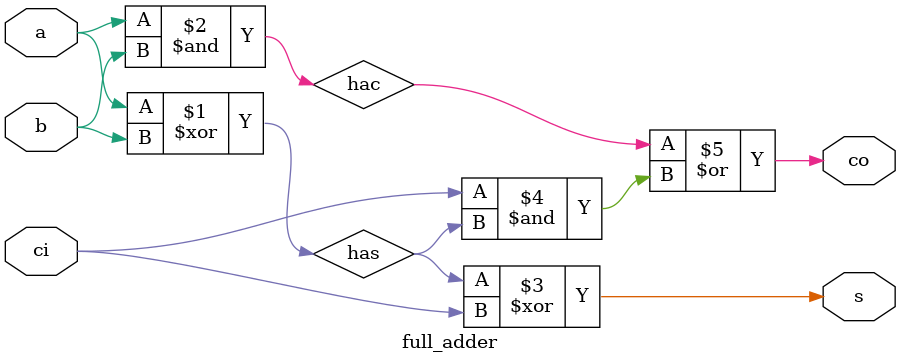
<source format=v>
module full_adder(a, b, ci, s, co);
input a, b, ci;
output s, co;
wire has, hac;

assign has=a^b;
assign hac=a&b;
assign s=has^ci;
assign co=hac|(ci&has);

endmodule // full_adder

</source>
